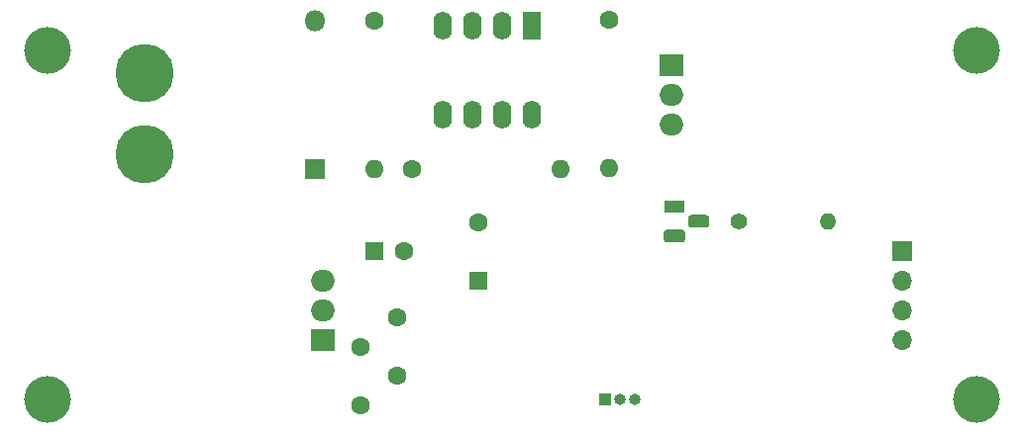
<source format=gbr>
G04 #@! TF.GenerationSoftware,KiCad,Pcbnew,(5.0.2-5)-5*
G04 #@! TF.CreationDate,2019-02-27T22:15:12+01:00*
G04 #@! TF.ProjectId,IkeaTradfriLEDdriver,496b6561-5472-4616-9466-72694c454464,rev?*
G04 #@! TF.SameCoordinates,Original*
G04 #@! TF.FileFunction,Copper,L1,Top*
G04 #@! TF.FilePolarity,Positive*
%FSLAX46Y46*%
G04 Gerber Fmt 4.6, Leading zero omitted, Abs format (unit mm)*
G04 Created by KiCad (PCBNEW (5.0.2-5)-5) date 2019 February 27, Wednesday 22:15:12*
%MOMM*%
%LPD*%
G01*
G04 APERTURE LIST*
G04 #@! TA.AperFunction,ComponentPad*
%ADD10O,2.000000X1.905000*%
G04 #@! TD*
G04 #@! TA.AperFunction,ComponentPad*
%ADD11R,2.000000X1.905000*%
G04 #@! TD*
G04 #@! TA.AperFunction,ComponentPad*
%ADD12R,1.800000X1.100000*%
G04 #@! TD*
G04 #@! TA.AperFunction,Conductor*
%ADD13C,0.100000*%
G04 #@! TD*
G04 #@! TA.AperFunction,ComponentPad*
%ADD14C,1.100000*%
G04 #@! TD*
G04 #@! TA.AperFunction,ComponentPad*
%ADD15O,1.600000X2.400000*%
G04 #@! TD*
G04 #@! TA.AperFunction,ComponentPad*
%ADD16R,1.600000X2.400000*%
G04 #@! TD*
G04 #@! TA.AperFunction,ComponentPad*
%ADD17R,1.600000X1.600000*%
G04 #@! TD*
G04 #@! TA.AperFunction,ComponentPad*
%ADD18C,1.600000*%
G04 #@! TD*
G04 #@! TA.AperFunction,ComponentPad*
%ADD19R,1.800000X1.800000*%
G04 #@! TD*
G04 #@! TA.AperFunction,ComponentPad*
%ADD20O,1.800000X1.800000*%
G04 #@! TD*
G04 #@! TA.AperFunction,ComponentPad*
%ADD21R,1.000000X1.000000*%
G04 #@! TD*
G04 #@! TA.AperFunction,ComponentPad*
%ADD22O,1.000000X1.000000*%
G04 #@! TD*
G04 #@! TA.AperFunction,ComponentPad*
%ADD23R,1.700000X1.700000*%
G04 #@! TD*
G04 #@! TA.AperFunction,ComponentPad*
%ADD24O,1.700000X1.700000*%
G04 #@! TD*
G04 #@! TA.AperFunction,ComponentPad*
%ADD25O,1.600000X1.600000*%
G04 #@! TD*
G04 #@! TA.AperFunction,ComponentPad*
%ADD26C,1.400000*%
G04 #@! TD*
G04 #@! TA.AperFunction,ComponentPad*
%ADD27O,1.400000X1.400000*%
G04 #@! TD*
G04 #@! TA.AperFunction,ComponentPad*
%ADD28C,5.000000*%
G04 #@! TD*
G04 #@! TA.AperFunction,ViaPad*
%ADD29C,4.000000*%
G04 #@! TD*
G04 APERTURE END LIST*
D10*
G04 #@! TO.P,U2,3*
G04 #@! TO.N,+12V*
X123825000Y-93980000D03*
G04 #@! TO.P,U2,2*
G04 #@! TO.N,+3V3*
X123825000Y-96520000D03*
D11*
G04 #@! TO.P,U2,1*
G04 #@! TO.N,GND*
X123825000Y-99060000D03*
G04 #@! TD*
D10*
G04 #@! TO.P,Q1,3*
G04 #@! TO.N,GND*
X153670000Y-80645000D03*
G04 #@! TO.P,Q1,2*
G04 #@! TO.N,Net-(J3-Pad1)*
X153670000Y-78105000D03*
D11*
G04 #@! TO.P,Q1,1*
G04 #@! TO.N,Net-(Q1-Pad1)*
X153670000Y-75565000D03*
G04 #@! TD*
D12*
G04 #@! TO.P,Q2,1*
G04 #@! TO.N,Net-(Q2-Pad1)*
X153905000Y-87630000D03*
D13*
G04 #@! TD*
G04 #@! TO.N,GND*
G04 #@! TO.C,Q2*
G36*
X154556955Y-89621324D02*
X154583650Y-89625284D01*
X154609828Y-89631841D01*
X154635238Y-89640933D01*
X154659634Y-89652472D01*
X154682782Y-89666346D01*
X154704458Y-89682422D01*
X154724454Y-89700546D01*
X154742578Y-89720542D01*
X154758654Y-89742218D01*
X154772528Y-89765366D01*
X154784067Y-89789762D01*
X154793159Y-89815172D01*
X154799716Y-89841350D01*
X154803676Y-89868045D01*
X154805000Y-89895000D01*
X154805000Y-90445000D01*
X154803676Y-90471955D01*
X154799716Y-90498650D01*
X154793159Y-90524828D01*
X154784067Y-90550238D01*
X154772528Y-90574634D01*
X154758654Y-90597782D01*
X154742578Y-90619458D01*
X154724454Y-90639454D01*
X154704458Y-90657578D01*
X154682782Y-90673654D01*
X154659634Y-90687528D01*
X154635238Y-90699067D01*
X154609828Y-90708159D01*
X154583650Y-90714716D01*
X154556955Y-90718676D01*
X154530000Y-90720000D01*
X153280000Y-90720000D01*
X153253045Y-90718676D01*
X153226350Y-90714716D01*
X153200172Y-90708159D01*
X153174762Y-90699067D01*
X153150366Y-90687528D01*
X153127218Y-90673654D01*
X153105542Y-90657578D01*
X153085546Y-90639454D01*
X153067422Y-90619458D01*
X153051346Y-90597782D01*
X153037472Y-90574634D01*
X153025933Y-90550238D01*
X153016841Y-90524828D01*
X153010284Y-90498650D01*
X153006324Y-90471955D01*
X153005000Y-90445000D01*
X153005000Y-89895000D01*
X153006324Y-89868045D01*
X153010284Y-89841350D01*
X153016841Y-89815172D01*
X153025933Y-89789762D01*
X153037472Y-89765366D01*
X153051346Y-89742218D01*
X153067422Y-89720542D01*
X153085546Y-89700546D01*
X153105542Y-89682422D01*
X153127218Y-89666346D01*
X153150366Y-89652472D01*
X153174762Y-89640933D01*
X153200172Y-89631841D01*
X153226350Y-89625284D01*
X153253045Y-89621324D01*
X153280000Y-89620000D01*
X154530000Y-89620000D01*
X154556955Y-89621324D01*
X154556955Y-89621324D01*
G37*
D14*
G04 #@! TO.P,Q2,3*
G04 #@! TO.N,GND*
X153905000Y-90170000D03*
D13*
G04 #@! TD*
G04 #@! TO.N,Net-(Q2-Pad2)*
G04 #@! TO.C,Q2*
G36*
X156626955Y-88351324D02*
X156653650Y-88355284D01*
X156679828Y-88361841D01*
X156705238Y-88370933D01*
X156729634Y-88382472D01*
X156752782Y-88396346D01*
X156774458Y-88412422D01*
X156794454Y-88430546D01*
X156812578Y-88450542D01*
X156828654Y-88472218D01*
X156842528Y-88495366D01*
X156854067Y-88519762D01*
X156863159Y-88545172D01*
X156869716Y-88571350D01*
X156873676Y-88598045D01*
X156875000Y-88625000D01*
X156875000Y-89175000D01*
X156873676Y-89201955D01*
X156869716Y-89228650D01*
X156863159Y-89254828D01*
X156854067Y-89280238D01*
X156842528Y-89304634D01*
X156828654Y-89327782D01*
X156812578Y-89349458D01*
X156794454Y-89369454D01*
X156774458Y-89387578D01*
X156752782Y-89403654D01*
X156729634Y-89417528D01*
X156705238Y-89429067D01*
X156679828Y-89438159D01*
X156653650Y-89444716D01*
X156626955Y-89448676D01*
X156600000Y-89450000D01*
X155350000Y-89450000D01*
X155323045Y-89448676D01*
X155296350Y-89444716D01*
X155270172Y-89438159D01*
X155244762Y-89429067D01*
X155220366Y-89417528D01*
X155197218Y-89403654D01*
X155175542Y-89387578D01*
X155155546Y-89369454D01*
X155137422Y-89349458D01*
X155121346Y-89327782D01*
X155107472Y-89304634D01*
X155095933Y-89280238D01*
X155086841Y-89254828D01*
X155080284Y-89228650D01*
X155076324Y-89201955D01*
X155075000Y-89175000D01*
X155075000Y-88625000D01*
X155076324Y-88598045D01*
X155080284Y-88571350D01*
X155086841Y-88545172D01*
X155095933Y-88519762D01*
X155107472Y-88495366D01*
X155121346Y-88472218D01*
X155137422Y-88450542D01*
X155155546Y-88430546D01*
X155175542Y-88412422D01*
X155197218Y-88396346D01*
X155220366Y-88382472D01*
X155244762Y-88370933D01*
X155270172Y-88361841D01*
X155296350Y-88355284D01*
X155323045Y-88351324D01*
X155350000Y-88350000D01*
X156600000Y-88350000D01*
X156626955Y-88351324D01*
X156626955Y-88351324D01*
G37*
D14*
G04 #@! TO.P,Q2,2*
G04 #@! TO.N,Net-(Q2-Pad2)*
X155975000Y-88900000D03*
G04 #@! TD*
D15*
G04 #@! TO.P,U1,8*
G04 #@! TO.N,N/C*
X141732000Y-79756000D03*
G04 #@! TO.P,U1,4*
G04 #@! TO.N,GND*
X134112000Y-72136000D03*
G04 #@! TO.P,U1,7*
G04 #@! TO.N,+12V*
X139192000Y-79756000D03*
G04 #@! TO.P,U1,3*
G04 #@! TO.N,Net-(D1-Pad1)*
X136652000Y-72136000D03*
G04 #@! TO.P,U1,6*
G04 #@! TO.N,Net-(R3-Pad2)*
X136652000Y-79756000D03*
G04 #@! TO.P,U1,2*
G04 #@! TO.N,Net-(Q2-Pad1)*
X139192000Y-72136000D03*
G04 #@! TO.P,U1,5*
G04 #@! TO.N,N/C*
X134112000Y-79756000D03*
D16*
G04 #@! TO.P,U1,1*
X141732000Y-72136000D03*
G04 #@! TD*
D17*
G04 #@! TO.P,C1,1*
G04 #@! TO.N,+12V*
X128270000Y-91440000D03*
D18*
G04 #@! TO.P,C1,2*
G04 #@! TO.N,GND*
X130770000Y-91440000D03*
G04 #@! TD*
G04 #@! TO.P,C2,1*
G04 #@! TO.N,+12V*
X130175000Y-97155000D03*
G04 #@! TO.P,C2,2*
G04 #@! TO.N,GND*
X130175000Y-102155000D03*
G04 #@! TD*
G04 #@! TO.P,C3,2*
G04 #@! TO.N,GND*
X127080000Y-104695000D03*
G04 #@! TO.P,C3,1*
G04 #@! TO.N,+3V3*
X127080000Y-99695000D03*
G04 #@! TD*
D17*
G04 #@! TO.P,C4,1*
G04 #@! TO.N,+3V3*
X137160000Y-93980000D03*
D18*
G04 #@! TO.P,C4,2*
G04 #@! TO.N,GND*
X137160000Y-88980000D03*
G04 #@! TD*
D19*
G04 #@! TO.P,D1,1*
G04 #@! TO.N,Net-(D1-Pad1)*
X123190000Y-84455000D03*
D20*
G04 #@! TO.P,D1,2*
G04 #@! TO.N,GND*
X123190000Y-71755000D03*
G04 #@! TD*
D21*
G04 #@! TO.P,J2,1*
G04 #@! TO.N,+3V3*
X147955000Y-104140000D03*
D22*
G04 #@! TO.P,J2,2*
G04 #@! TO.N,GND*
X149225000Y-104140000D03*
G04 #@! TO.P,J2,3*
G04 #@! TO.N,pwm*
X150495000Y-104140000D03*
G04 #@! TD*
D23*
G04 #@! TO.P,J3,1*
G04 #@! TO.N,Net-(J3-Pad1)*
X173355000Y-91440000D03*
D24*
G04 #@! TO.P,J3,2*
X173355000Y-93980000D03*
G04 #@! TO.P,J3,3*
X173355000Y-96520000D03*
G04 #@! TO.P,J3,4*
G04 #@! TO.N,GND*
X173355000Y-99060000D03*
G04 #@! TD*
D25*
G04 #@! TO.P,R1,2*
G04 #@! TO.N,+12V*
X128270000Y-84455000D03*
D18*
G04 #@! TO.P,R1,1*
G04 #@! TO.N,Net-(D1-Pad1)*
X128270000Y-71755000D03*
G04 #@! TD*
G04 #@! TO.P,R2,1*
G04 #@! TO.N,+12V*
X131445000Y-84455000D03*
D25*
G04 #@! TO.P,R2,2*
G04 #@! TO.N,Net-(Q2-Pad1)*
X144145000Y-84455000D03*
G04 #@! TD*
D18*
G04 #@! TO.P,R3,1*
G04 #@! TO.N,Net-(Q1-Pad1)*
X148336000Y-71628000D03*
D25*
G04 #@! TO.P,R3,2*
G04 #@! TO.N,Net-(R3-Pad2)*
X148336000Y-84328000D03*
G04 #@! TD*
D26*
G04 #@! TO.P,R4,1*
G04 #@! TO.N,Net-(Q2-Pad2)*
X159385000Y-88900000D03*
D27*
G04 #@! TO.P,R4,2*
G04 #@! TO.N,pwm*
X167005000Y-88900000D03*
G04 #@! TD*
D28*
G04 #@! TO.P,H1,1*
G04 #@! TO.N,+12V*
X108585000Y-76200000D03*
G04 #@! TD*
G04 #@! TO.P,H2,1*
G04 #@! TO.N,GND*
X108585000Y-83185000D03*
G04 #@! TD*
D29*
G04 #@! TO.N,*
X100330000Y-104140000D03*
X100330000Y-74295000D03*
X179705000Y-74295000D03*
X179705000Y-104140000D03*
G04 #@! TD*
M02*

</source>
